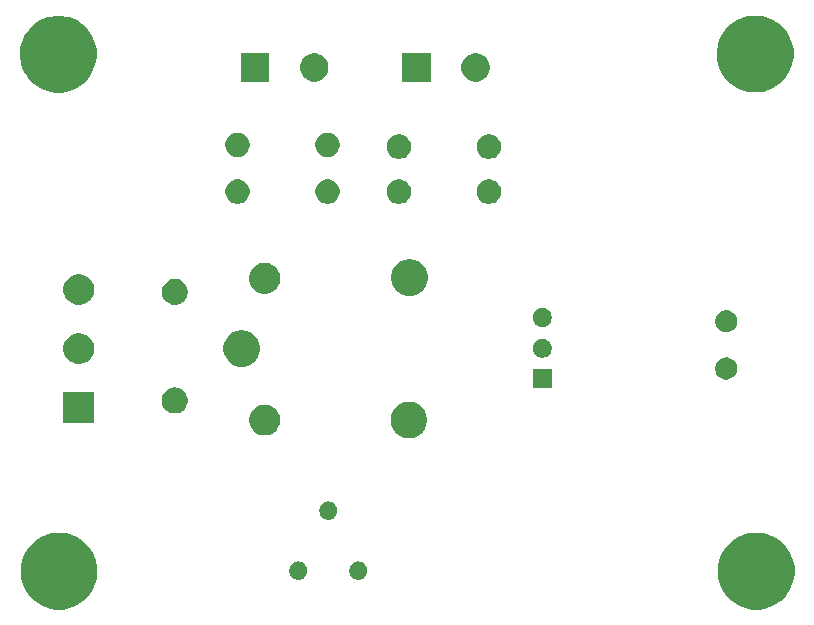
<source format=gbr>
G04 #@! TF.GenerationSoftware,KiCad,Pcbnew,(5.1.2)-2*
G04 #@! TF.CreationDate,2020-03-21T23:17:17-04:00*
G04 #@! TF.ProjectId,InfraRedGelUniversalDispenserV2,496e6672-6152-4656-9447-656c556e6976,R01*
G04 #@! TF.SameCoordinates,Original*
G04 #@! TF.FileFunction,Soldermask,Bot*
G04 #@! TF.FilePolarity,Negative*
%FSLAX46Y46*%
G04 Gerber Fmt 4.6, Leading zero omitted, Abs format (unit mm)*
G04 Created by KiCad (PCBNEW (5.1.2)-2) date 2020-03-21 23:17:17*
%MOMM*%
%LPD*%
G04 APERTURE LIST*
%ADD10C,0.100000*%
G04 APERTURE END LIST*
D10*
G36*
X170382439Y-109866867D02*
G01*
X170696482Y-109929334D01*
X171288126Y-110174401D01*
X171820592Y-110530184D01*
X172273416Y-110983008D01*
X172629199Y-111515474D01*
X172874266Y-112107118D01*
X172874266Y-112107119D01*
X172999200Y-112735203D01*
X172999200Y-113375597D01*
X172953872Y-113603475D01*
X172874266Y-114003682D01*
X172629199Y-114595326D01*
X172273416Y-115127792D01*
X171820592Y-115580616D01*
X171288126Y-115936399D01*
X170696482Y-116181466D01*
X170382439Y-116243933D01*
X170068397Y-116306400D01*
X169428003Y-116306400D01*
X169113961Y-116243933D01*
X168799918Y-116181466D01*
X168208274Y-115936399D01*
X167675808Y-115580616D01*
X167222984Y-115127792D01*
X166867201Y-114595326D01*
X166622134Y-114003682D01*
X166542528Y-113603475D01*
X166497200Y-113375597D01*
X166497200Y-112735203D01*
X166622134Y-112107119D01*
X166622134Y-112107118D01*
X166867201Y-111515474D01*
X167222984Y-110983008D01*
X167675808Y-110530184D01*
X168208274Y-110174401D01*
X168799918Y-109929334D01*
X169113961Y-109866867D01*
X169428003Y-109804400D01*
X170068397Y-109804400D01*
X170382439Y-109866867D01*
X170382439Y-109866867D01*
G37*
G36*
X111352839Y-109866867D02*
G01*
X111666882Y-109929334D01*
X112258526Y-110174401D01*
X112790992Y-110530184D01*
X113243816Y-110983008D01*
X113599599Y-111515474D01*
X113844666Y-112107118D01*
X113844666Y-112107119D01*
X113969600Y-112735203D01*
X113969600Y-113375597D01*
X113924272Y-113603475D01*
X113844666Y-114003682D01*
X113599599Y-114595326D01*
X113243816Y-115127792D01*
X112790992Y-115580616D01*
X112258526Y-115936399D01*
X111666882Y-116181466D01*
X111352839Y-116243933D01*
X111038797Y-116306400D01*
X110398403Y-116306400D01*
X110084361Y-116243933D01*
X109770318Y-116181466D01*
X109178674Y-115936399D01*
X108646208Y-115580616D01*
X108193384Y-115127792D01*
X107837601Y-114595326D01*
X107592534Y-114003682D01*
X107512928Y-113603475D01*
X107467600Y-113375597D01*
X107467600Y-112735203D01*
X107592534Y-112107119D01*
X107592534Y-112107118D01*
X107837601Y-111515474D01*
X108193384Y-110983008D01*
X108646208Y-110530184D01*
X109178674Y-110174401D01*
X109770318Y-109929334D01*
X110084361Y-109866867D01*
X110398403Y-109804400D01*
X111038797Y-109804400D01*
X111352839Y-109866867D01*
X111352839Y-109866867D01*
G37*
G36*
X136193389Y-112243476D02*
G01*
X136292693Y-112263229D01*
X136433006Y-112321348D01*
X136559284Y-112405725D01*
X136666675Y-112513116D01*
X136751052Y-112639394D01*
X136809171Y-112779707D01*
X136809171Y-112779709D01*
X136838800Y-112928662D01*
X136838800Y-113080538D01*
X136828924Y-113130189D01*
X136809171Y-113229493D01*
X136751052Y-113369806D01*
X136666675Y-113496084D01*
X136559284Y-113603475D01*
X136433006Y-113687852D01*
X136292693Y-113745971D01*
X136193389Y-113765724D01*
X136143738Y-113775600D01*
X135991862Y-113775600D01*
X135942211Y-113765724D01*
X135842907Y-113745971D01*
X135702594Y-113687852D01*
X135576316Y-113603475D01*
X135468925Y-113496084D01*
X135384548Y-113369806D01*
X135326429Y-113229493D01*
X135306676Y-113130189D01*
X135296800Y-113080538D01*
X135296800Y-112928662D01*
X135326429Y-112779709D01*
X135326429Y-112779707D01*
X135384548Y-112639394D01*
X135468925Y-112513116D01*
X135576316Y-112405725D01*
X135702594Y-112321348D01*
X135842907Y-112263229D01*
X135942211Y-112243476D01*
X135991862Y-112233600D01*
X136143738Y-112233600D01*
X136193389Y-112243476D01*
X136193389Y-112243476D01*
G37*
G36*
X131113389Y-112243476D02*
G01*
X131212693Y-112263229D01*
X131353006Y-112321348D01*
X131479284Y-112405725D01*
X131586675Y-112513116D01*
X131671052Y-112639394D01*
X131729171Y-112779707D01*
X131729171Y-112779709D01*
X131758800Y-112928662D01*
X131758800Y-113080538D01*
X131748924Y-113130189D01*
X131729171Y-113229493D01*
X131671052Y-113369806D01*
X131586675Y-113496084D01*
X131479284Y-113603475D01*
X131353006Y-113687852D01*
X131212693Y-113745971D01*
X131113389Y-113765724D01*
X131063738Y-113775600D01*
X130911862Y-113775600D01*
X130862211Y-113765724D01*
X130762907Y-113745971D01*
X130622594Y-113687852D01*
X130496316Y-113603475D01*
X130388925Y-113496084D01*
X130304548Y-113369806D01*
X130246429Y-113229493D01*
X130226676Y-113130189D01*
X130216800Y-113080538D01*
X130216800Y-112928662D01*
X130246429Y-112779709D01*
X130246429Y-112779707D01*
X130304548Y-112639394D01*
X130388925Y-112513116D01*
X130496316Y-112405725D01*
X130622594Y-112321348D01*
X130762907Y-112263229D01*
X130862211Y-112243476D01*
X130911862Y-112233600D01*
X131063738Y-112233600D01*
X131113389Y-112243476D01*
X131113389Y-112243476D01*
G37*
G36*
X133653389Y-107163476D02*
G01*
X133752693Y-107183229D01*
X133893006Y-107241348D01*
X134019284Y-107325725D01*
X134126675Y-107433116D01*
X134211052Y-107559394D01*
X134269171Y-107699707D01*
X134298800Y-107848663D01*
X134298800Y-108000537D01*
X134269171Y-108149493D01*
X134211052Y-108289806D01*
X134126675Y-108416084D01*
X134019284Y-108523475D01*
X133893006Y-108607852D01*
X133752693Y-108665971D01*
X133653389Y-108685724D01*
X133603738Y-108695600D01*
X133451862Y-108695600D01*
X133402211Y-108685724D01*
X133302907Y-108665971D01*
X133162594Y-108607852D01*
X133036316Y-108523475D01*
X132928925Y-108416084D01*
X132844548Y-108289806D01*
X132786429Y-108149493D01*
X132756800Y-108000537D01*
X132756800Y-107848663D01*
X132786429Y-107699707D01*
X132844548Y-107559394D01*
X132928925Y-107433116D01*
X133036316Y-107325725D01*
X133162594Y-107241348D01*
X133302907Y-107183229D01*
X133402211Y-107163476D01*
X133451862Y-107153600D01*
X133603738Y-107153600D01*
X133653389Y-107163476D01*
X133653389Y-107163476D01*
G37*
G36*
X140643985Y-98738202D02*
G01*
X140793810Y-98768004D01*
X141076074Y-98884921D01*
X141330105Y-99054659D01*
X141546141Y-99270695D01*
X141715879Y-99524726D01*
X141832796Y-99806990D01*
X141892400Y-100106640D01*
X141892400Y-100412160D01*
X141832796Y-100711810D01*
X141715879Y-100994074D01*
X141546141Y-101248105D01*
X141330105Y-101464141D01*
X141076074Y-101633879D01*
X140793810Y-101750796D01*
X140643985Y-101780598D01*
X140494161Y-101810400D01*
X140188639Y-101810400D01*
X140038815Y-101780598D01*
X139888990Y-101750796D01*
X139606726Y-101633879D01*
X139352695Y-101464141D01*
X139136659Y-101248105D01*
X138966921Y-100994074D01*
X138850004Y-100711810D01*
X138790400Y-100412160D01*
X138790400Y-100106640D01*
X138850004Y-99806990D01*
X138966921Y-99524726D01*
X139136659Y-99270695D01*
X139352695Y-99054659D01*
X139606726Y-98884921D01*
X139888990Y-98768004D01*
X140038815Y-98738202D01*
X140188639Y-98708400D01*
X140494161Y-98708400D01*
X140643985Y-98738202D01*
X140643985Y-98738202D01*
G37*
G36*
X128520887Y-99008396D02*
G01*
X128757653Y-99106468D01*
X128757655Y-99106469D01*
X128792153Y-99129520D01*
X128970739Y-99248847D01*
X129151953Y-99430061D01*
X129294332Y-99643147D01*
X129392404Y-99879913D01*
X129442400Y-100131261D01*
X129442400Y-100387539D01*
X129392404Y-100638887D01*
X129362198Y-100711810D01*
X129294331Y-100875655D01*
X129151953Y-101088739D01*
X128970739Y-101269953D01*
X128757655Y-101412331D01*
X128757654Y-101412332D01*
X128757653Y-101412332D01*
X128520887Y-101510404D01*
X128269539Y-101560400D01*
X128013261Y-101560400D01*
X127761913Y-101510404D01*
X127525147Y-101412332D01*
X127525146Y-101412332D01*
X127525145Y-101412331D01*
X127312061Y-101269953D01*
X127130847Y-101088739D01*
X126988469Y-100875655D01*
X126920602Y-100711810D01*
X126890396Y-100638887D01*
X126840400Y-100387539D01*
X126840400Y-100131261D01*
X126890396Y-99879913D01*
X126988468Y-99643147D01*
X127130847Y-99430061D01*
X127312061Y-99248847D01*
X127490647Y-99129520D01*
X127525145Y-99106469D01*
X127525147Y-99106468D01*
X127761913Y-99008396D01*
X128013261Y-98958400D01*
X128269539Y-98958400D01*
X128520887Y-99008396D01*
X128520887Y-99008396D01*
G37*
G36*
X113696000Y-100513400D02*
G01*
X111094000Y-100513400D01*
X111094000Y-97911400D01*
X113696000Y-97911400D01*
X113696000Y-100513400D01*
X113696000Y-100513400D01*
G37*
G36*
X120737794Y-97528155D02*
G01*
X120844150Y-97549311D01*
X120928379Y-97584200D01*
X121044520Y-97632307D01*
X121224844Y-97752795D01*
X121378205Y-97906156D01*
X121498693Y-98086480D01*
X121581689Y-98286851D01*
X121624000Y-98499560D01*
X121624000Y-98716440D01*
X121581689Y-98929149D01*
X121498693Y-99129520D01*
X121378205Y-99309844D01*
X121224844Y-99463205D01*
X121044520Y-99583693D01*
X120944334Y-99625191D01*
X120844150Y-99666689D01*
X120737795Y-99687844D01*
X120631440Y-99709000D01*
X120414560Y-99709000D01*
X120308205Y-99687844D01*
X120201850Y-99666689D01*
X120101666Y-99625191D01*
X120001480Y-99583693D01*
X119821156Y-99463205D01*
X119667795Y-99309844D01*
X119547307Y-99129520D01*
X119464311Y-98929149D01*
X119422000Y-98716440D01*
X119422000Y-98499560D01*
X119464311Y-98286851D01*
X119547307Y-98086480D01*
X119667795Y-97906156D01*
X119821156Y-97752795D01*
X120001480Y-97632307D01*
X120117621Y-97584200D01*
X120201850Y-97549311D01*
X120308206Y-97528155D01*
X120414560Y-97507000D01*
X120631440Y-97507000D01*
X120737794Y-97528155D01*
X120737794Y-97528155D01*
G37*
G36*
X152439000Y-97584200D02*
G01*
X150837000Y-97584200D01*
X150837000Y-95982200D01*
X152439000Y-95982200D01*
X152439000Y-97584200D01*
X152439000Y-97584200D01*
G37*
G36*
X167407442Y-94984200D02*
G01*
X167482329Y-94999096D01*
X167653362Y-95069940D01*
X167807287Y-95172790D01*
X167938190Y-95303693D01*
X168041040Y-95457618D01*
X168111884Y-95628651D01*
X168148000Y-95810218D01*
X168148000Y-95995342D01*
X168111884Y-96176909D01*
X168041040Y-96347942D01*
X167938190Y-96501867D01*
X167807287Y-96632770D01*
X167653362Y-96735620D01*
X167482329Y-96806464D01*
X167421807Y-96818503D01*
X167300764Y-96842580D01*
X167115636Y-96842580D01*
X166994593Y-96818503D01*
X166934071Y-96806464D01*
X166763038Y-96735620D01*
X166609113Y-96632770D01*
X166478210Y-96501867D01*
X166375360Y-96347942D01*
X166304516Y-96176909D01*
X166268400Y-95995342D01*
X166268400Y-95810218D01*
X166304516Y-95628651D01*
X166375360Y-95457618D01*
X166478210Y-95303693D01*
X166609113Y-95172790D01*
X166763038Y-95069940D01*
X166934071Y-94999096D01*
X167008958Y-94984200D01*
X167115636Y-94962980D01*
X167300764Y-94962980D01*
X167407442Y-94984200D01*
X167407442Y-94984200D01*
G37*
G36*
X126493985Y-92688202D02*
G01*
X126643810Y-92718004D01*
X126926074Y-92834921D01*
X127180105Y-93004659D01*
X127396141Y-93220695D01*
X127565879Y-93474726D01*
X127682796Y-93756990D01*
X127742400Y-94056640D01*
X127742400Y-94362160D01*
X127682796Y-94661810D01*
X127565879Y-94944074D01*
X127396141Y-95198105D01*
X127180105Y-95414141D01*
X126926074Y-95583879D01*
X126643810Y-95700796D01*
X126493985Y-95730598D01*
X126344161Y-95760400D01*
X126038639Y-95760400D01*
X125888815Y-95730598D01*
X125738990Y-95700796D01*
X125456726Y-95583879D01*
X125202695Y-95414141D01*
X124986659Y-95198105D01*
X124816921Y-94944074D01*
X124700004Y-94661810D01*
X124640400Y-94362160D01*
X124640400Y-94056640D01*
X124700004Y-93756990D01*
X124816921Y-93474726D01*
X124986659Y-93220695D01*
X125202695Y-93004659D01*
X125456726Y-92834921D01*
X125738990Y-92718004D01*
X125888815Y-92688202D01*
X126038639Y-92658400D01*
X126344161Y-92658400D01*
X126493985Y-92688202D01*
X126493985Y-92688202D01*
G37*
G36*
X112774487Y-92961396D02*
G01*
X113011253Y-93059468D01*
X113011255Y-93059469D01*
X113224339Y-93201847D01*
X113405553Y-93383061D01*
X113524463Y-93561022D01*
X113547932Y-93596147D01*
X113646004Y-93832913D01*
X113696000Y-94084261D01*
X113696000Y-94340539D01*
X113646004Y-94591887D01*
X113557573Y-94805378D01*
X113547931Y-94828655D01*
X113405553Y-95041739D01*
X113224339Y-95222953D01*
X113011255Y-95365331D01*
X113011254Y-95365332D01*
X113011253Y-95365332D01*
X112774487Y-95463404D01*
X112523139Y-95513400D01*
X112266861Y-95513400D01*
X112015513Y-95463404D01*
X111778747Y-95365332D01*
X111778746Y-95365332D01*
X111778745Y-95365331D01*
X111565661Y-95222953D01*
X111384447Y-95041739D01*
X111242069Y-94828655D01*
X111232427Y-94805378D01*
X111143996Y-94591887D01*
X111094000Y-94340539D01*
X111094000Y-94084261D01*
X111143996Y-93832913D01*
X111242068Y-93596147D01*
X111265538Y-93561022D01*
X111384447Y-93383061D01*
X111565661Y-93201847D01*
X111778745Y-93059469D01*
X111778747Y-93059468D01*
X112015513Y-92961396D01*
X112266861Y-92911400D01*
X112523139Y-92911400D01*
X112774487Y-92961396D01*
X112774487Y-92961396D01*
G37*
G36*
X151871642Y-93412981D02*
G01*
X152017414Y-93473362D01*
X152017416Y-93473363D01*
X152148608Y-93561022D01*
X152260178Y-93672592D01*
X152316570Y-93756990D01*
X152347838Y-93803786D01*
X152408219Y-93949558D01*
X152439000Y-94104307D01*
X152439000Y-94262093D01*
X152408219Y-94416842D01*
X152347838Y-94562614D01*
X152347837Y-94562616D01*
X152260178Y-94693808D01*
X152148608Y-94805378D01*
X152017416Y-94893037D01*
X152017415Y-94893038D01*
X152017414Y-94893038D01*
X151871642Y-94953419D01*
X151716893Y-94984200D01*
X151559107Y-94984200D01*
X151404358Y-94953419D01*
X151258586Y-94893038D01*
X151258585Y-94893038D01*
X151258584Y-94893037D01*
X151127392Y-94805378D01*
X151015822Y-94693808D01*
X150928163Y-94562616D01*
X150928162Y-94562614D01*
X150867781Y-94416842D01*
X150837000Y-94262093D01*
X150837000Y-94104307D01*
X150867781Y-93949558D01*
X150928162Y-93803786D01*
X150959430Y-93756990D01*
X151015822Y-93672592D01*
X151127392Y-93561022D01*
X151258584Y-93473363D01*
X151258586Y-93473362D01*
X151404358Y-93412981D01*
X151559107Y-93382200D01*
X151716893Y-93382200D01*
X151871642Y-93412981D01*
X151871642Y-93412981D01*
G37*
G36*
X167421807Y-90989097D02*
G01*
X167482329Y-91001136D01*
X167653362Y-91071980D01*
X167807287Y-91174830D01*
X167938190Y-91305733D01*
X168041040Y-91459658D01*
X168111884Y-91630691D01*
X168148000Y-91812258D01*
X168148000Y-91997382D01*
X168111884Y-92178949D01*
X168041040Y-92349982D01*
X167938190Y-92503907D01*
X167807287Y-92634810D01*
X167653362Y-92737660D01*
X167482329Y-92808504D01*
X167421807Y-92820543D01*
X167300764Y-92844620D01*
X167115636Y-92844620D01*
X166994593Y-92820543D01*
X166934071Y-92808504D01*
X166763038Y-92737660D01*
X166609113Y-92634810D01*
X166478210Y-92503907D01*
X166375360Y-92349982D01*
X166304516Y-92178949D01*
X166268400Y-91997382D01*
X166268400Y-91812258D01*
X166304516Y-91630691D01*
X166375360Y-91459658D01*
X166478210Y-91305733D01*
X166609113Y-91174830D01*
X166763038Y-91071980D01*
X166934071Y-91001136D01*
X166994593Y-90989097D01*
X167115636Y-90965020D01*
X167300764Y-90965020D01*
X167421807Y-90989097D01*
X167421807Y-90989097D01*
G37*
G36*
X151871642Y-90812981D02*
G01*
X152017414Y-90873362D01*
X152017416Y-90873363D01*
X152148608Y-90961022D01*
X152260178Y-91072592D01*
X152347837Y-91203784D01*
X152347838Y-91203786D01*
X152408219Y-91349558D01*
X152439000Y-91504307D01*
X152439000Y-91662093D01*
X152408219Y-91816842D01*
X152347838Y-91962614D01*
X152347837Y-91962616D01*
X152260178Y-92093808D01*
X152148608Y-92205378D01*
X152017416Y-92293037D01*
X152017415Y-92293038D01*
X152017414Y-92293038D01*
X151871642Y-92353419D01*
X151716893Y-92384200D01*
X151559107Y-92384200D01*
X151404358Y-92353419D01*
X151258586Y-92293038D01*
X151258585Y-92293038D01*
X151258584Y-92293037D01*
X151127392Y-92205378D01*
X151015822Y-92093808D01*
X150928163Y-91962616D01*
X150928162Y-91962614D01*
X150867781Y-91816842D01*
X150837000Y-91662093D01*
X150837000Y-91504307D01*
X150867781Y-91349558D01*
X150928162Y-91203786D01*
X150928163Y-91203784D01*
X151015822Y-91072592D01*
X151127392Y-90961022D01*
X151258584Y-90873363D01*
X151258586Y-90873362D01*
X151404358Y-90812981D01*
X151559107Y-90782200D01*
X151716893Y-90782200D01*
X151871642Y-90812981D01*
X151871642Y-90812981D01*
G37*
G36*
X112774487Y-87961396D02*
G01*
X113011253Y-88059468D01*
X113011255Y-88059469D01*
X113118699Y-88131261D01*
X113224339Y-88201847D01*
X113405553Y-88383061D01*
X113547932Y-88596147D01*
X113646004Y-88832913D01*
X113696000Y-89084261D01*
X113696000Y-89340539D01*
X113646004Y-89591887D01*
X113576203Y-89760400D01*
X113547931Y-89828655D01*
X113405553Y-90041739D01*
X113224339Y-90222953D01*
X113011255Y-90365331D01*
X113011254Y-90365332D01*
X113011253Y-90365332D01*
X112774487Y-90463404D01*
X112523139Y-90513400D01*
X112266861Y-90513400D01*
X112015513Y-90463404D01*
X111778747Y-90365332D01*
X111778746Y-90365332D01*
X111778745Y-90365331D01*
X111565661Y-90222953D01*
X111384447Y-90041739D01*
X111242069Y-89828655D01*
X111213797Y-89760400D01*
X111143996Y-89591887D01*
X111094000Y-89340539D01*
X111094000Y-89084261D01*
X111143996Y-88832913D01*
X111242068Y-88596147D01*
X111384447Y-88383061D01*
X111565661Y-88201847D01*
X111671301Y-88131261D01*
X111778745Y-88059469D01*
X111778747Y-88059468D01*
X112015513Y-87961396D01*
X112266861Y-87911400D01*
X112523139Y-87911400D01*
X112774487Y-87961396D01*
X112774487Y-87961396D01*
G37*
G36*
X120737795Y-88328156D02*
G01*
X120844150Y-88349311D01*
X120875172Y-88362161D01*
X121044520Y-88432307D01*
X121224844Y-88552795D01*
X121378205Y-88706156D01*
X121498693Y-88886480D01*
X121498693Y-88886481D01*
X121581689Y-89086850D01*
X121624000Y-89299561D01*
X121624000Y-89516439D01*
X121581689Y-89729150D01*
X121540473Y-89828653D01*
X121498693Y-89929520D01*
X121378205Y-90109844D01*
X121224844Y-90263205D01*
X121044520Y-90383693D01*
X120944334Y-90425191D01*
X120844150Y-90466689D01*
X120737795Y-90487844D01*
X120631440Y-90509000D01*
X120414560Y-90509000D01*
X120308206Y-90487845D01*
X120201850Y-90466689D01*
X120001480Y-90383693D01*
X119821156Y-90263205D01*
X119667795Y-90109844D01*
X119547307Y-89929520D01*
X119505527Y-89828653D01*
X119464311Y-89729150D01*
X119422000Y-89516439D01*
X119422000Y-89299561D01*
X119464311Y-89086850D01*
X119547307Y-88886481D01*
X119547307Y-88886480D01*
X119667795Y-88706156D01*
X119821156Y-88552795D01*
X120001480Y-88432307D01*
X120170828Y-88362161D01*
X120201850Y-88349311D01*
X120308205Y-88328156D01*
X120414560Y-88307000D01*
X120631440Y-88307000D01*
X120737795Y-88328156D01*
X120737795Y-88328156D01*
G37*
G36*
X140693985Y-86688202D02*
G01*
X140843810Y-86718004D01*
X141126074Y-86834921D01*
X141380105Y-87004659D01*
X141596141Y-87220695D01*
X141765879Y-87474726D01*
X141882796Y-87756990D01*
X141942400Y-88056640D01*
X141942400Y-88362160D01*
X141882796Y-88661810D01*
X141765879Y-88944074D01*
X141596141Y-89198105D01*
X141380105Y-89414141D01*
X141126074Y-89583879D01*
X140843810Y-89700796D01*
X140701270Y-89729149D01*
X140544161Y-89760400D01*
X140238639Y-89760400D01*
X140081530Y-89729149D01*
X139938990Y-89700796D01*
X139656726Y-89583879D01*
X139402695Y-89414141D01*
X139186659Y-89198105D01*
X139016921Y-88944074D01*
X138900004Y-88661810D01*
X138840400Y-88362160D01*
X138840400Y-88056640D01*
X138900004Y-87756990D01*
X139016921Y-87474726D01*
X139186659Y-87220695D01*
X139402695Y-87004659D01*
X139656726Y-86834921D01*
X139938990Y-86718004D01*
X140088815Y-86688202D01*
X140238639Y-86658400D01*
X140544161Y-86658400D01*
X140693985Y-86688202D01*
X140693985Y-86688202D01*
G37*
G36*
X128520887Y-87008396D02*
G01*
X128757653Y-87106468D01*
X128757655Y-87106469D01*
X128928608Y-87220696D01*
X128970739Y-87248847D01*
X129151953Y-87430061D01*
X129294332Y-87643147D01*
X129392404Y-87879913D01*
X129442400Y-88131261D01*
X129442400Y-88387539D01*
X129392404Y-88638887D01*
X129294332Y-88875653D01*
X129294331Y-88875655D01*
X129151953Y-89088739D01*
X128970739Y-89269953D01*
X128757655Y-89412331D01*
X128757654Y-89412332D01*
X128757653Y-89412332D01*
X128520887Y-89510404D01*
X128269539Y-89560400D01*
X128013261Y-89560400D01*
X127761913Y-89510404D01*
X127525147Y-89412332D01*
X127525146Y-89412332D01*
X127525145Y-89412331D01*
X127312061Y-89269953D01*
X127130847Y-89088739D01*
X126988469Y-88875655D01*
X126988468Y-88875653D01*
X126890396Y-88638887D01*
X126840400Y-88387539D01*
X126840400Y-88131261D01*
X126890396Y-87879913D01*
X126988468Y-87643147D01*
X127130847Y-87430061D01*
X127312061Y-87248847D01*
X127354192Y-87220696D01*
X127525145Y-87106469D01*
X127525147Y-87106468D01*
X127761913Y-87008396D01*
X128013261Y-86958400D01*
X128269539Y-86958400D01*
X128520887Y-87008396D01*
X128520887Y-87008396D01*
G37*
G36*
X133755365Y-79923020D02*
G01*
X133944888Y-80001523D01*
X134115454Y-80115492D01*
X134260508Y-80260546D01*
X134374477Y-80431112D01*
X134452980Y-80620635D01*
X134493000Y-80821831D01*
X134493000Y-81026969D01*
X134452980Y-81228165D01*
X134374477Y-81417688D01*
X134260508Y-81588254D01*
X134115454Y-81733308D01*
X133944888Y-81847277D01*
X133944887Y-81847278D01*
X133944886Y-81847278D01*
X133755365Y-81925780D01*
X133554170Y-81965800D01*
X133349030Y-81965800D01*
X133147835Y-81925780D01*
X132958314Y-81847278D01*
X132958313Y-81847278D01*
X132958312Y-81847277D01*
X132787746Y-81733308D01*
X132642692Y-81588254D01*
X132528723Y-81417688D01*
X132450220Y-81228165D01*
X132410200Y-81026969D01*
X132410200Y-80821831D01*
X132450220Y-80620635D01*
X132528723Y-80431112D01*
X132642692Y-80260546D01*
X132787746Y-80115492D01*
X132958312Y-80001523D01*
X133147835Y-79923020D01*
X133349030Y-79883000D01*
X133554170Y-79883000D01*
X133755365Y-79923020D01*
X133755365Y-79923020D01*
G37*
G36*
X126135365Y-79923020D02*
G01*
X126324888Y-80001523D01*
X126495454Y-80115492D01*
X126640508Y-80260546D01*
X126754477Y-80431112D01*
X126832980Y-80620635D01*
X126873000Y-80821831D01*
X126873000Y-81026969D01*
X126832980Y-81228165D01*
X126754477Y-81417688D01*
X126640508Y-81588254D01*
X126495454Y-81733308D01*
X126324888Y-81847277D01*
X126324887Y-81847278D01*
X126324886Y-81847278D01*
X126135365Y-81925780D01*
X125934170Y-81965800D01*
X125729030Y-81965800D01*
X125527835Y-81925780D01*
X125338314Y-81847278D01*
X125338313Y-81847278D01*
X125338312Y-81847277D01*
X125167746Y-81733308D01*
X125022692Y-81588254D01*
X124908723Y-81417688D01*
X124830220Y-81228165D01*
X124790200Y-81026969D01*
X124790200Y-80821831D01*
X124830220Y-80620635D01*
X124908723Y-80431112D01*
X125022692Y-80260546D01*
X125167746Y-80115492D01*
X125338312Y-80001523D01*
X125527835Y-79923020D01*
X125729030Y-79883000D01*
X125934170Y-79883000D01*
X126135365Y-79923020D01*
X126135365Y-79923020D01*
G37*
G36*
X139800565Y-79923020D02*
G01*
X139990088Y-80001523D01*
X140160654Y-80115492D01*
X140305708Y-80260546D01*
X140419677Y-80431112D01*
X140498180Y-80620635D01*
X140538200Y-80821831D01*
X140538200Y-81026969D01*
X140498180Y-81228165D01*
X140419677Y-81417688D01*
X140305708Y-81588254D01*
X140160654Y-81733308D01*
X139990088Y-81847277D01*
X139990087Y-81847278D01*
X139990086Y-81847278D01*
X139800565Y-81925780D01*
X139599370Y-81965800D01*
X139394230Y-81965800D01*
X139193035Y-81925780D01*
X139003514Y-81847278D01*
X139003513Y-81847278D01*
X139003512Y-81847277D01*
X138832946Y-81733308D01*
X138687892Y-81588254D01*
X138573923Y-81417688D01*
X138495420Y-81228165D01*
X138455400Y-81026969D01*
X138455400Y-80821831D01*
X138495420Y-80620635D01*
X138573923Y-80431112D01*
X138687892Y-80260546D01*
X138832946Y-80115492D01*
X139003512Y-80001523D01*
X139193035Y-79923020D01*
X139394230Y-79883000D01*
X139599370Y-79883000D01*
X139800565Y-79923020D01*
X139800565Y-79923020D01*
G37*
G36*
X147420565Y-79923020D02*
G01*
X147610088Y-80001523D01*
X147780654Y-80115492D01*
X147925708Y-80260546D01*
X148039677Y-80431112D01*
X148118180Y-80620635D01*
X148158200Y-80821831D01*
X148158200Y-81026969D01*
X148118180Y-81228165D01*
X148039677Y-81417688D01*
X147925708Y-81588254D01*
X147780654Y-81733308D01*
X147610088Y-81847277D01*
X147610087Y-81847278D01*
X147610086Y-81847278D01*
X147420565Y-81925780D01*
X147219370Y-81965800D01*
X147014230Y-81965800D01*
X146813035Y-81925780D01*
X146623514Y-81847278D01*
X146623513Y-81847278D01*
X146623512Y-81847277D01*
X146452946Y-81733308D01*
X146307892Y-81588254D01*
X146193923Y-81417688D01*
X146115420Y-81228165D01*
X146075400Y-81026969D01*
X146075400Y-80821831D01*
X146115420Y-80620635D01*
X146193923Y-80431112D01*
X146307892Y-80260546D01*
X146452946Y-80115492D01*
X146623512Y-80001523D01*
X146813035Y-79923020D01*
X147014230Y-79883000D01*
X147219370Y-79883000D01*
X147420565Y-79923020D01*
X147420565Y-79923020D01*
G37*
G36*
X139800565Y-76113020D02*
G01*
X139897308Y-76153092D01*
X139990088Y-76191523D01*
X140160654Y-76305492D01*
X140305708Y-76450546D01*
X140419677Y-76621112D01*
X140498180Y-76810635D01*
X140538200Y-77011831D01*
X140538200Y-77216969D01*
X140498180Y-77418165D01*
X140419677Y-77607688D01*
X140305708Y-77778254D01*
X140160654Y-77923308D01*
X139990088Y-78037277D01*
X139990087Y-78037278D01*
X139990086Y-78037278D01*
X139800565Y-78115780D01*
X139599370Y-78155800D01*
X139394230Y-78155800D01*
X139193035Y-78115780D01*
X139003514Y-78037278D01*
X139003513Y-78037278D01*
X139003512Y-78037277D01*
X138832946Y-77923308D01*
X138687892Y-77778254D01*
X138573923Y-77607688D01*
X138495420Y-77418165D01*
X138455400Y-77216969D01*
X138455400Y-77011831D01*
X138495420Y-76810635D01*
X138573923Y-76621112D01*
X138687892Y-76450546D01*
X138832946Y-76305492D01*
X139003512Y-76191523D01*
X139096293Y-76153092D01*
X139193035Y-76113020D01*
X139394230Y-76073000D01*
X139599370Y-76073000D01*
X139800565Y-76113020D01*
X139800565Y-76113020D01*
G37*
G36*
X147420565Y-76113020D02*
G01*
X147517308Y-76153092D01*
X147610088Y-76191523D01*
X147780654Y-76305492D01*
X147925708Y-76450546D01*
X148039677Y-76621112D01*
X148118180Y-76810635D01*
X148158200Y-77011831D01*
X148158200Y-77216969D01*
X148118180Y-77418165D01*
X148039677Y-77607688D01*
X147925708Y-77778254D01*
X147780654Y-77923308D01*
X147610088Y-78037277D01*
X147610087Y-78037278D01*
X147610086Y-78037278D01*
X147420565Y-78115780D01*
X147219370Y-78155800D01*
X147014230Y-78155800D01*
X146813035Y-78115780D01*
X146623514Y-78037278D01*
X146623513Y-78037278D01*
X146623512Y-78037277D01*
X146452946Y-77923308D01*
X146307892Y-77778254D01*
X146193923Y-77607688D01*
X146115420Y-77418165D01*
X146075400Y-77216969D01*
X146075400Y-77011831D01*
X146115420Y-76810635D01*
X146193923Y-76621112D01*
X146307892Y-76450546D01*
X146452946Y-76305492D01*
X146623512Y-76191523D01*
X146716293Y-76153092D01*
X146813035Y-76113020D01*
X147014230Y-76073000D01*
X147219370Y-76073000D01*
X147420565Y-76113020D01*
X147420565Y-76113020D01*
G37*
G36*
X133755365Y-75960620D02*
G01*
X133944888Y-76039123D01*
X134115454Y-76153092D01*
X134260508Y-76298146D01*
X134374477Y-76468712D01*
X134452980Y-76658235D01*
X134493000Y-76859431D01*
X134493000Y-77064569D01*
X134452980Y-77265765D01*
X134374477Y-77455288D01*
X134260508Y-77625854D01*
X134115454Y-77770908D01*
X133944888Y-77884877D01*
X133944887Y-77884878D01*
X133944886Y-77884878D01*
X133755365Y-77963380D01*
X133554170Y-78003400D01*
X133349030Y-78003400D01*
X133147835Y-77963380D01*
X132958314Y-77884878D01*
X132958313Y-77884878D01*
X132958312Y-77884877D01*
X132787746Y-77770908D01*
X132642692Y-77625854D01*
X132528723Y-77455288D01*
X132450220Y-77265765D01*
X132410200Y-77064569D01*
X132410200Y-76859431D01*
X132450220Y-76658235D01*
X132528723Y-76468712D01*
X132642692Y-76298146D01*
X132787746Y-76153092D01*
X132958312Y-76039123D01*
X133147835Y-75960620D01*
X133349030Y-75920600D01*
X133554170Y-75920600D01*
X133755365Y-75960620D01*
X133755365Y-75960620D01*
G37*
G36*
X126135365Y-75960620D02*
G01*
X126324888Y-76039123D01*
X126495454Y-76153092D01*
X126640508Y-76298146D01*
X126754477Y-76468712D01*
X126832980Y-76658235D01*
X126873000Y-76859431D01*
X126873000Y-77064569D01*
X126832980Y-77265765D01*
X126754477Y-77455288D01*
X126640508Y-77625854D01*
X126495454Y-77770908D01*
X126324888Y-77884877D01*
X126324887Y-77884878D01*
X126324886Y-77884878D01*
X126135365Y-77963380D01*
X125934170Y-78003400D01*
X125729030Y-78003400D01*
X125527835Y-77963380D01*
X125338314Y-77884878D01*
X125338313Y-77884878D01*
X125338312Y-77884877D01*
X125167746Y-77770908D01*
X125022692Y-77625854D01*
X124908723Y-77455288D01*
X124830220Y-77265765D01*
X124790200Y-77064569D01*
X124790200Y-76859431D01*
X124830220Y-76658235D01*
X124908723Y-76468712D01*
X125022692Y-76298146D01*
X125167746Y-76153092D01*
X125338312Y-76039123D01*
X125527835Y-75960620D01*
X125729030Y-75920600D01*
X125934170Y-75920600D01*
X126135365Y-75960620D01*
X126135365Y-75960620D01*
G37*
G36*
X111302039Y-66102667D02*
G01*
X111616082Y-66165134D01*
X112207726Y-66410201D01*
X112459309Y-66578304D01*
X112702179Y-66740584D01*
X112740192Y-66765984D01*
X113193016Y-67218808D01*
X113548799Y-67751274D01*
X113783345Y-68317518D01*
X113793866Y-68342919D01*
X113918800Y-68971003D01*
X113918800Y-69611397D01*
X113873345Y-69839913D01*
X113793866Y-70239482D01*
X113548799Y-70831126D01*
X113319435Y-71174393D01*
X113207659Y-71341678D01*
X113193016Y-71363592D01*
X112740192Y-71816416D01*
X112207726Y-72172199D01*
X111616082Y-72417266D01*
X111302039Y-72479733D01*
X110987997Y-72542200D01*
X110347603Y-72542200D01*
X110033561Y-72479733D01*
X109719518Y-72417266D01*
X109127874Y-72172199D01*
X108595408Y-71816416D01*
X108142584Y-71363592D01*
X108127942Y-71341678D01*
X108016165Y-71174393D01*
X107786801Y-70831126D01*
X107541734Y-70239482D01*
X107462255Y-69839913D01*
X107416800Y-69611397D01*
X107416800Y-68971003D01*
X107541734Y-68342919D01*
X107552255Y-68317518D01*
X107786801Y-67751274D01*
X108142584Y-67218808D01*
X108595408Y-66765984D01*
X108633422Y-66740584D01*
X108876291Y-66578304D01*
X109127874Y-66410201D01*
X109719518Y-66165134D01*
X110033561Y-66102667D01*
X110347603Y-66040200D01*
X110987997Y-66040200D01*
X111302039Y-66102667D01*
X111302039Y-66102667D01*
G37*
G36*
X170306239Y-66077267D02*
G01*
X170620282Y-66139734D01*
X171211926Y-66384801D01*
X171612073Y-66652171D01*
X171744391Y-66740583D01*
X172197217Y-67193409D01*
X172230907Y-67243830D01*
X172552999Y-67725874D01*
X172798066Y-68317518D01*
X172860533Y-68631561D01*
X172923000Y-68945603D01*
X172923000Y-69585997D01*
X172895377Y-69724868D01*
X172798066Y-70214082D01*
X172552999Y-70805726D01*
X172279664Y-71214800D01*
X172197217Y-71338191D01*
X171744391Y-71791017D01*
X171706377Y-71816417D01*
X171211926Y-72146799D01*
X170620282Y-72391866D01*
X170306239Y-72454333D01*
X169992197Y-72516800D01*
X169351803Y-72516800D01*
X169037761Y-72454333D01*
X168723718Y-72391866D01*
X168132074Y-72146799D01*
X167637623Y-71816417D01*
X167599609Y-71791017D01*
X167146783Y-71338191D01*
X167064336Y-71214800D01*
X166791001Y-70805726D01*
X166545934Y-70214082D01*
X166448623Y-69724868D01*
X166421000Y-69585997D01*
X166421000Y-68945603D01*
X166483467Y-68631561D01*
X166545934Y-68317518D01*
X166791001Y-67725874D01*
X167113093Y-67243830D01*
X167146783Y-67193409D01*
X167599609Y-66740583D01*
X167731927Y-66652171D01*
X168132074Y-66384801D01*
X168723718Y-66139734D01*
X169037761Y-66077267D01*
X169351803Y-66014800D01*
X169992197Y-66014800D01*
X170306239Y-66077267D01*
X170306239Y-66077267D01*
G37*
G36*
X132680518Y-69253953D02*
G01*
X132877678Y-69335620D01*
X132899087Y-69344488D01*
X133095793Y-69475922D01*
X133263078Y-69643207D01*
X133394512Y-69839913D01*
X133394513Y-69839915D01*
X133485047Y-70058482D01*
X133531200Y-70290510D01*
X133531200Y-70527090D01*
X133485047Y-70759118D01*
X133455220Y-70831126D01*
X133394512Y-70977687D01*
X133263078Y-71174393D01*
X133095793Y-71341678D01*
X132899087Y-71473112D01*
X132899086Y-71473113D01*
X132899085Y-71473113D01*
X132680518Y-71563647D01*
X132448490Y-71609800D01*
X132211910Y-71609800D01*
X131979882Y-71563647D01*
X131761315Y-71473113D01*
X131761314Y-71473113D01*
X131761313Y-71473112D01*
X131564607Y-71341678D01*
X131397322Y-71174393D01*
X131265888Y-70977687D01*
X131205180Y-70831126D01*
X131175353Y-70759118D01*
X131129200Y-70527090D01*
X131129200Y-70290510D01*
X131175353Y-70058482D01*
X131265887Y-69839915D01*
X131265888Y-69839913D01*
X131397322Y-69643207D01*
X131564607Y-69475922D01*
X131761313Y-69344488D01*
X131782722Y-69335620D01*
X131979882Y-69253953D01*
X132211910Y-69207800D01*
X132448490Y-69207800D01*
X132680518Y-69253953D01*
X132680518Y-69253953D01*
G37*
G36*
X128531200Y-71609800D02*
G01*
X126129200Y-71609800D01*
X126129200Y-69207800D01*
X128531200Y-69207800D01*
X128531200Y-71609800D01*
X128531200Y-71609800D01*
G37*
G36*
X142196400Y-71609800D02*
G01*
X139794400Y-71609800D01*
X139794400Y-69207800D01*
X142196400Y-69207800D01*
X142196400Y-71609800D01*
X142196400Y-71609800D01*
G37*
G36*
X146345718Y-69253953D02*
G01*
X146542878Y-69335620D01*
X146564287Y-69344488D01*
X146760993Y-69475922D01*
X146928278Y-69643207D01*
X147059712Y-69839913D01*
X147059713Y-69839915D01*
X147150247Y-70058482D01*
X147196400Y-70290510D01*
X147196400Y-70527090D01*
X147150247Y-70759118D01*
X147120420Y-70831126D01*
X147059712Y-70977687D01*
X146928278Y-71174393D01*
X146760993Y-71341678D01*
X146564287Y-71473112D01*
X146564286Y-71473113D01*
X146564285Y-71473113D01*
X146345718Y-71563647D01*
X146113690Y-71609800D01*
X145877110Y-71609800D01*
X145645082Y-71563647D01*
X145426515Y-71473113D01*
X145426514Y-71473113D01*
X145426513Y-71473112D01*
X145229807Y-71341678D01*
X145062522Y-71174393D01*
X144931088Y-70977687D01*
X144870380Y-70831126D01*
X144840553Y-70759118D01*
X144794400Y-70527090D01*
X144794400Y-70290510D01*
X144840553Y-70058482D01*
X144931087Y-69839915D01*
X144931088Y-69839913D01*
X145062522Y-69643207D01*
X145229807Y-69475922D01*
X145426513Y-69344488D01*
X145447922Y-69335620D01*
X145645082Y-69253953D01*
X145877110Y-69207800D01*
X146113690Y-69207800D01*
X146345718Y-69253953D01*
X146345718Y-69253953D01*
G37*
M02*

</source>
